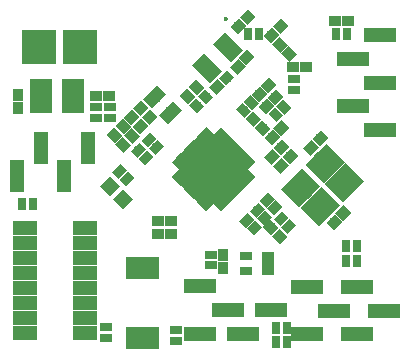
<source format=gbr>
G04 #@! TF.GenerationSoftware,KiCad,Pcbnew,(5.0.0)*
G04 #@! TF.CreationDate,2018-09-19T20:05:00-03:00*
G04 #@! TF.ProjectId,Generic_Bluetooth_Board,47656E657269635F426C7565746F6F74,rev?*
G04 #@! TF.SameCoordinates,Original*
G04 #@! TF.FileFunction,Soldermask,Top*
G04 #@! TF.FilePolarity,Negative*
%FSLAX46Y46*%
G04 Gerber Fmt 4.6, Leading zero omitted, Abs format (unit mm)*
G04 Created by KiCad (PCBNEW (5.0.0)) date 09/19/18 20:05:00*
%MOMM*%
%LPD*%
G01*
G04 APERTURE LIST*
%ADD10R,2.000000X1.160000*%
%ADD11C,0.360000*%
%ADD12C,0.900000*%
%ADD13C,0.100000*%
%ADD14R,1.000000X0.900000*%
%ADD15R,0.900000X1.000000*%
%ADD16C,0.800000*%
%ADD17R,1.000000X0.800000*%
%ADD18R,0.800000X1.000000*%
%ADD19R,2.900000X2.900000*%
%ADD20C,2.125000*%
%ADD21C,0.650000*%
%ADD22R,1.960000X1.050000*%
%ADD23C,1.400000*%
%ADD24C,2.200000*%
%ADD25R,2.750000X1.250000*%
%ADD26R,0.850000X1.850000*%
%ADD27R,1.250000X2.750000*%
%ADD28C,1.100000*%
%ADD29C,1.200000*%
%ADD30R,1.050000X0.800000*%
G04 APERTURE END LIST*
D10*
G04 #@! TO.C,SW1*
X134518400Y-110769400D03*
X139598400Y-101879400D03*
X134518400Y-109499400D03*
X139598400Y-103149400D03*
X134518400Y-108229400D03*
X139598400Y-104419400D03*
X134518400Y-106959400D03*
X139598400Y-105689400D03*
X134518400Y-105689400D03*
X139598400Y-106959400D03*
X134518400Y-104419400D03*
X139598400Y-108229400D03*
X134518400Y-103149400D03*
X139598400Y-109499400D03*
X134518400Y-101879400D03*
X139598400Y-110769400D03*
G04 #@! TD*
D11*
G04 #@! TO.C,AE1*
X151511000Y-84201000D03*
G04 #@! TD*
D12*
G04 #@! TO.C,C1*
X142828991Y-93273591D03*
D13*
G36*
X143500742Y-93308946D02*
X142864346Y-93945342D01*
X142157240Y-93238236D01*
X142793636Y-92601840D01*
X143500742Y-93308946D01*
X143500742Y-93308946D01*
G37*
D12*
X143606809Y-94051409D03*
D13*
G36*
X144278560Y-94086764D02*
X143642164Y-94723160D01*
X142935058Y-94016054D01*
X143571454Y-93379658D01*
X144278560Y-94086764D01*
X144278560Y-94086764D01*
G37*
G04 #@! TD*
D12*
G04 #@! TO.C,C2*
X142844809Y-94813409D03*
D13*
G36*
X143516560Y-94848764D02*
X142880164Y-95485160D01*
X142173058Y-94778054D01*
X142809454Y-94141658D01*
X143516560Y-94848764D01*
X143516560Y-94848764D01*
G37*
D12*
X142066991Y-94035591D03*
D13*
G36*
X142738742Y-94070946D02*
X142102346Y-94707342D01*
X141395240Y-94000236D01*
X142031636Y-93363840D01*
X142738742Y-94070946D01*
X142738742Y-94070946D01*
G37*
G04 #@! TD*
D12*
G04 #@! TO.C,C3*
X143540191Y-92489309D03*
D13*
G36*
X143575546Y-91817558D02*
X144211942Y-92453954D01*
X143504836Y-93161060D01*
X142868440Y-92524664D01*
X143575546Y-91817558D01*
X143575546Y-91817558D01*
G37*
D12*
X144318009Y-91711491D03*
D13*
G36*
X144353364Y-91039740D02*
X144989760Y-91676136D01*
X144282654Y-92383242D01*
X143646258Y-91746846D01*
X144353364Y-91039740D01*
X144353364Y-91039740D01*
G37*
G04 #@! TD*
D12*
G04 #@! TO.C,C4*
X145080009Y-92473491D03*
D13*
G36*
X145115364Y-91801740D02*
X145751760Y-92438136D01*
X145044654Y-93145242D01*
X144408258Y-92508846D01*
X145115364Y-91801740D01*
X145115364Y-91801740D01*
G37*
D12*
X144302191Y-93251309D03*
D13*
G36*
X144337546Y-92579558D02*
X144973942Y-93215954D01*
X144266836Y-93923060D01*
X143630440Y-93286664D01*
X144337546Y-92579558D01*
X144337546Y-92579558D01*
G37*
G04 #@! TD*
D12*
G04 #@! TO.C,C5*
X151582409Y-89146091D03*
D13*
G36*
X151547054Y-89817842D02*
X150910658Y-89181446D01*
X151617764Y-88474340D01*
X152254160Y-89110736D01*
X151547054Y-89817842D01*
X151547054Y-89817842D01*
G37*
D12*
X150804591Y-89923909D03*
D13*
G36*
X150769236Y-90595660D02*
X150132840Y-89959264D01*
X150839946Y-89252158D01*
X151476342Y-89888554D01*
X150769236Y-90595660D01*
X150769236Y-90595660D01*
G37*
G04 #@! TD*
D12*
G04 #@! TO.C,C6*
X153296909Y-87431591D03*
D13*
G36*
X153332264Y-86759840D02*
X153968660Y-87396236D01*
X153261554Y-88103342D01*
X152625158Y-87466946D01*
X153332264Y-86759840D01*
X153332264Y-86759840D01*
G37*
D12*
X152519091Y-88209409D03*
D13*
G36*
X152554446Y-87537658D02*
X153190842Y-88174054D01*
X152483736Y-88881160D01*
X151847340Y-88244764D01*
X152554446Y-87537658D01*
X152554446Y-87537658D01*
G37*
G04 #@! TD*
D12*
G04 #@! TO.C,C7*
X149804409Y-90749409D03*
D13*
G36*
X150476160Y-90784764D02*
X149839764Y-91421160D01*
X149132658Y-90714054D01*
X149769054Y-90077658D01*
X150476160Y-90784764D01*
X150476160Y-90784764D01*
G37*
D12*
X149026591Y-89971591D03*
D13*
G36*
X149698342Y-90006946D02*
X149061946Y-90643342D01*
X148354840Y-89936236D01*
X148991236Y-89299840D01*
X149698342Y-90006946D01*
X149698342Y-90006946D01*
G37*
G04 #@! TD*
D12*
G04 #@! TO.C,C8*
X149042409Y-91511409D03*
D13*
G36*
X149714160Y-91546764D02*
X149077764Y-92183160D01*
X148370658Y-91476054D01*
X149007054Y-90839658D01*
X149714160Y-91546764D01*
X149714160Y-91546764D01*
G37*
D12*
X148264591Y-90733591D03*
D13*
G36*
X148936342Y-90768946D02*
X148299946Y-91405342D01*
X147592840Y-90698236D01*
X148229236Y-90061840D01*
X148936342Y-90768946D01*
X148936342Y-90768946D01*
G37*
G04 #@! TD*
D12*
G04 #@! TO.C,C9*
X154360591Y-90558909D03*
D13*
G36*
X154395946Y-89887158D02*
X155032342Y-90523554D01*
X154325236Y-91230660D01*
X153688840Y-90594264D01*
X154395946Y-89887158D01*
X154395946Y-89887158D01*
G37*
D12*
X155138409Y-89781091D03*
D13*
G36*
X155173764Y-89109340D02*
X155810160Y-89745736D01*
X155103054Y-90452842D01*
X154466658Y-89816446D01*
X155173764Y-89109340D01*
X155173764Y-89109340D01*
G37*
G04 #@! TD*
D12*
G04 #@! TO.C,C10*
X154932091Y-91574909D03*
D13*
G36*
X154967446Y-90903158D02*
X155603842Y-91539554D01*
X154896736Y-92246660D01*
X154260340Y-91610264D01*
X154967446Y-90903158D01*
X154967446Y-90903158D01*
G37*
D12*
X155709909Y-90797091D03*
D13*
G36*
X155745264Y-90125340D02*
X156381660Y-90761736D01*
X155674554Y-91468842D01*
X155038158Y-90832446D01*
X155745264Y-90125340D01*
X155745264Y-90125340D01*
G37*
G04 #@! TD*
D12*
G04 #@! TO.C,C11*
X154630409Y-93416409D03*
D13*
G36*
X153958658Y-93381054D02*
X154595054Y-92744658D01*
X155302160Y-93451764D01*
X154665764Y-94088160D01*
X153958658Y-93381054D01*
X153958658Y-93381054D01*
G37*
D12*
X153852591Y-92638591D03*
D13*
G36*
X153180840Y-92603236D02*
X153817236Y-91966840D01*
X154524342Y-92673946D01*
X153887946Y-93310342D01*
X153180840Y-92603236D01*
X153180840Y-92603236D01*
G37*
G04 #@! TD*
D12*
G04 #@! TO.C,C12*
X156075091Y-86352091D03*
D13*
G36*
X155403340Y-86316736D02*
X156039736Y-85680340D01*
X156746842Y-86387446D01*
X156110446Y-87023842D01*
X155403340Y-86316736D01*
X155403340Y-86316736D01*
G37*
D12*
X156852909Y-87129909D03*
D13*
G36*
X156181158Y-87094554D02*
X156817554Y-86458158D01*
X157524660Y-87165264D01*
X156888264Y-87801660D01*
X156181158Y-87094554D01*
X156181158Y-87094554D01*
G37*
G04 #@! TD*
D14*
G04 #@! TO.C,C13*
X158347500Y-88265000D03*
X157247500Y-88265000D03*
G04 #@! TD*
D12*
G04 #@! TO.C,C14*
X156154409Y-84764591D03*
D13*
G36*
X156119054Y-85436342D02*
X155482658Y-84799946D01*
X156189764Y-84092840D01*
X156826160Y-84729236D01*
X156119054Y-85436342D01*
X156119054Y-85436342D01*
G37*
D12*
X155376591Y-85542409D03*
D13*
G36*
X155341236Y-86214160D02*
X154704840Y-85577764D01*
X155411946Y-84870658D01*
X156048342Y-85507054D01*
X155341236Y-86214160D01*
X155341236Y-86214160D01*
G37*
G04 #@! TD*
D12*
G04 #@! TO.C,C15*
X153360409Y-84002591D03*
D13*
G36*
X153325054Y-84674342D02*
X152688658Y-84037946D01*
X153395764Y-83330840D01*
X154032160Y-83967236D01*
X153325054Y-84674342D01*
X153325054Y-84674342D01*
G37*
D12*
X152582591Y-84780409D03*
D13*
G36*
X152547236Y-85452160D02*
X151910840Y-84815764D01*
X152617946Y-84108658D01*
X153254342Y-84745054D01*
X152547236Y-85452160D01*
X152547236Y-85452160D01*
G37*
G04 #@! TD*
D12*
G04 #@! TO.C,C16*
X156217909Y-95051591D03*
D13*
G36*
X156182554Y-95723342D02*
X155546158Y-95086946D01*
X156253264Y-94379840D01*
X156889660Y-95016236D01*
X156182554Y-95723342D01*
X156182554Y-95723342D01*
G37*
D12*
X155440091Y-95829409D03*
D13*
G36*
X155404736Y-96501160D02*
X154768340Y-95864764D01*
X155475446Y-95157658D01*
X156111842Y-95794054D01*
X155404736Y-96501160D01*
X155404736Y-96501160D01*
G37*
G04 #@! TD*
D12*
G04 #@! TO.C,C17*
X156202091Y-96591409D03*
D13*
G36*
X156166736Y-97263160D02*
X155530340Y-96626764D01*
X156237446Y-95919658D01*
X156873842Y-96556054D01*
X156166736Y-97263160D01*
X156166736Y-97263160D01*
G37*
D12*
X156979909Y-95813591D03*
D13*
G36*
X156944554Y-96485342D02*
X156308158Y-95848946D01*
X157015264Y-95141840D01*
X157651660Y-95778236D01*
X156944554Y-96485342D01*
X156944554Y-96485342D01*
G37*
G04 #@! TD*
D14*
G04 #@! TO.C,C18*
X145779400Y-102412800D03*
X146879400Y-102412800D03*
G04 #@! TD*
G04 #@! TO.C,C19*
X146879400Y-101320600D03*
X145779400Y-101320600D03*
G04 #@! TD*
D12*
G04 #@! TO.C,C20*
X155440091Y-94178409D03*
D13*
G36*
X155404736Y-94850160D02*
X154768340Y-94213764D01*
X155475446Y-93506658D01*
X156111842Y-94143054D01*
X155404736Y-94850160D01*
X155404736Y-94850160D01*
G37*
D12*
X156217909Y-93400591D03*
D13*
G36*
X156182554Y-94072342D02*
X155546158Y-93435946D01*
X156253264Y-92728840D01*
X156889660Y-93365236D01*
X156182554Y-94072342D01*
X156182554Y-94072342D01*
G37*
G04 #@! TD*
D12*
G04 #@! TO.C,C21*
X160697891Y-101379309D03*
D13*
G36*
X160662536Y-102051060D02*
X160026140Y-101414664D01*
X160733246Y-100707558D01*
X161369642Y-101343954D01*
X160662536Y-102051060D01*
X160662536Y-102051060D01*
G37*
D12*
X161475709Y-100601491D03*
D13*
G36*
X161440354Y-101273242D02*
X160803958Y-100636846D01*
X161511064Y-99929740D01*
X162147460Y-100566136D01*
X161440354Y-101273242D01*
X161440354Y-101273242D01*
G37*
G04 #@! TD*
D12*
G04 #@! TO.C,C22*
X158742091Y-95067409D03*
D13*
G36*
X158706736Y-95739160D02*
X158070340Y-95102764D01*
X158777446Y-94395658D01*
X159413842Y-95032054D01*
X158706736Y-95739160D01*
X158706736Y-95739160D01*
G37*
D12*
X159519909Y-94289591D03*
D13*
G36*
X159484554Y-94961342D02*
X158848158Y-94324946D01*
X159555264Y-93617840D01*
X160191660Y-94254236D01*
X159484554Y-94961342D01*
X159484554Y-94961342D01*
G37*
G04 #@! TD*
D15*
G04 #@! TO.C,C23*
X151257000Y-105248800D03*
X151257000Y-104148800D03*
G04 #@! TD*
G04 #@! TO.C,C24*
X133921500Y-91672500D03*
X133921500Y-90572500D03*
G04 #@! TD*
D14*
G04 #@! TO.C,C25*
X141647000Y-90678000D03*
X140547000Y-90678000D03*
G04 #@! TD*
D12*
G04 #@! TO.C,C26*
X155313091Y-101820691D03*
D13*
G36*
X154641340Y-101785336D02*
X155277736Y-101148940D01*
X155984842Y-101856046D01*
X155348446Y-102492442D01*
X154641340Y-101785336D01*
X154641340Y-101785336D01*
G37*
D12*
X156090909Y-102598509D03*
D13*
G36*
X155419158Y-102563154D02*
X156055554Y-101926758D01*
X156762660Y-102633864D01*
X156126264Y-103270260D01*
X155419158Y-102563154D01*
X155419158Y-102563154D01*
G37*
G04 #@! TD*
D16*
G04 #@! TO.C,L2*
X153670698Y-91248802D03*
D13*
G36*
X153741409Y-91885198D02*
X153034302Y-91178091D01*
X153599987Y-90612406D01*
X154307094Y-91319513D01*
X153741409Y-91885198D01*
X153741409Y-91885198D01*
G37*
D16*
X153034302Y-91885198D03*
D13*
G36*
X153105013Y-92521594D02*
X152397906Y-91814487D01*
X152963591Y-91248802D01*
X153670698Y-91955909D01*
X153105013Y-92521594D01*
X153105013Y-92521594D01*
G37*
G04 #@! TD*
D17*
G04 #@! TO.C,L3*
X157289500Y-90175500D03*
X157289500Y-89275500D03*
G04 #@! TD*
D18*
G04 #@! TO.C,L4*
X153410500Y-85471000D03*
X154310500Y-85471000D03*
G04 #@! TD*
D16*
G04 #@! TO.C,L5*
X155764802Y-92266198D03*
D13*
G36*
X155835513Y-92902594D02*
X155128406Y-92195487D01*
X155694091Y-91629802D01*
X156401198Y-92336909D01*
X155835513Y-92902594D01*
X155835513Y-92902594D01*
G37*
D16*
X156401198Y-91629802D03*
D13*
G36*
X156471909Y-92266198D02*
X155764802Y-91559091D01*
X156330487Y-90993406D01*
X157037594Y-91700513D01*
X156471909Y-92266198D01*
X156471909Y-92266198D01*
G37*
G04 #@! TD*
D19*
G04 #@! TO.C,L6*
X135664000Y-86550500D03*
X139164000Y-86550500D03*
G04 #@! TD*
D18*
G04 #@! TO.C,R1*
X134271600Y-99847400D03*
X135171600Y-99847400D03*
G04 #@! TD*
D16*
G04 #@! TO.C,R2*
X144106202Y-95287402D03*
D13*
G36*
X143469806Y-95358113D02*
X144176913Y-94651006D01*
X144742598Y-95216691D01*
X144035491Y-95923798D01*
X143469806Y-95358113D01*
X143469806Y-95358113D01*
G37*
D16*
X144742598Y-95923798D03*
D13*
G36*
X144106202Y-95994509D02*
X144813309Y-95287402D01*
X145378994Y-95853087D01*
X144671887Y-96560194D01*
X144106202Y-95994509D01*
X144106202Y-95994509D01*
G37*
G04 #@! TD*
D16*
G04 #@! TO.C,R3*
X145631598Y-95034798D03*
D13*
G36*
X144995202Y-95105509D02*
X145702309Y-94398402D01*
X146267994Y-94964087D01*
X145560887Y-95671194D01*
X144995202Y-95105509D01*
X144995202Y-95105509D01*
G37*
D16*
X144995202Y-94398402D03*
D13*
G36*
X144358806Y-94469113D02*
X145065913Y-93762006D01*
X145631598Y-94327691D01*
X144924491Y-95034798D01*
X144358806Y-94469113D01*
X144358806Y-94469113D01*
G37*
G04 #@! TD*
D16*
G04 #@! TO.C,R4*
X142531402Y-97065402D03*
D13*
G36*
X143167798Y-96994691D02*
X142460691Y-97701798D01*
X141895006Y-97136113D01*
X142602113Y-96429006D01*
X143167798Y-96994691D01*
X143167798Y-96994691D01*
G37*
D16*
X143167798Y-97701798D03*
D13*
G36*
X143804194Y-97631087D02*
X143097087Y-98338194D01*
X142531402Y-97772509D01*
X143238509Y-97065402D01*
X143804194Y-97631087D01*
X143804194Y-97631087D01*
G37*
G04 #@! TD*
D18*
G04 #@! TO.C,R5*
X156710800Y-110337600D03*
X155810800Y-110337600D03*
G04 #@! TD*
G04 #@! TO.C,R6*
X155810800Y-111556800D03*
X156710800Y-111556800D03*
G04 #@! TD*
D16*
G04 #@! TO.C,R7*
X155028202Y-99503802D03*
D13*
G36*
X155664598Y-99433091D02*
X154957491Y-100140198D01*
X154391806Y-99574513D01*
X155098913Y-98867406D01*
X155664598Y-99433091D01*
X155664598Y-99433091D01*
G37*
D16*
X155664598Y-100140198D03*
D13*
G36*
X156300994Y-100069487D02*
X155593887Y-100776594D01*
X155028202Y-100210909D01*
X155735309Y-99503802D01*
X156300994Y-100069487D01*
X156300994Y-100069487D01*
G37*
G04 #@! TD*
D16*
G04 #@! TO.C,R8*
X154800998Y-101003798D03*
D13*
G36*
X155437394Y-100933087D02*
X154730287Y-101640194D01*
X154164602Y-101074509D01*
X154871709Y-100367402D01*
X155437394Y-100933087D01*
X155437394Y-100933087D01*
G37*
D16*
X154164602Y-100367402D03*
D13*
G36*
X154800998Y-100296691D02*
X154093891Y-101003798D01*
X153528206Y-100438113D01*
X154235313Y-99731006D01*
X154800998Y-100296691D01*
X154800998Y-100296691D01*
G37*
G04 #@! TD*
D16*
G04 #@! TO.C,R9*
X153301002Y-101231002D03*
D13*
G36*
X152664606Y-101301713D02*
X153371713Y-100594606D01*
X153937398Y-101160291D01*
X153230291Y-101867398D01*
X152664606Y-101301713D01*
X152664606Y-101301713D01*
G37*
D16*
X153937398Y-101867398D03*
D13*
G36*
X153301002Y-101938109D02*
X154008109Y-101231002D01*
X154573794Y-101796687D01*
X153866687Y-102503794D01*
X153301002Y-101938109D01*
X153301002Y-101938109D01*
G37*
G04 #@! TD*
D17*
G04 #@! TO.C,R10*
X150241000Y-105021800D03*
X150241000Y-104121800D03*
G04 #@! TD*
D16*
G04 #@! TO.C,R11*
X156832998Y-101714998D03*
D13*
G36*
X156196602Y-101785709D02*
X156903709Y-101078602D01*
X157469394Y-101644287D01*
X156762287Y-102351394D01*
X156196602Y-101785709D01*
X156196602Y-101785709D01*
G37*
D16*
X156196602Y-101078602D03*
D13*
G36*
X155560206Y-101149313D02*
X156267313Y-100442206D01*
X156832998Y-101007891D01*
X156125891Y-101714998D01*
X155560206Y-101149313D01*
X155560206Y-101149313D01*
G37*
G04 #@! TD*
D17*
G04 #@! TO.C,R12*
X140525500Y-91625000D03*
X140525500Y-92525000D03*
G04 #@! TD*
G04 #@! TO.C,R13*
X141732000Y-92525000D03*
X141732000Y-91625000D03*
G04 #@! TD*
D20*
G04 #@! TO.C,U1*
X149275241Y-96901000D03*
D13*
G36*
X149275241Y-98403602D02*
X147772639Y-96901000D01*
X149275241Y-95398398D01*
X150777843Y-96901000D01*
X149275241Y-98403602D01*
X149275241Y-98403602D01*
G37*
D20*
X150495000Y-98120759D03*
D13*
G36*
X150495000Y-99623361D02*
X148992398Y-98120759D01*
X150495000Y-96618157D01*
X151997602Y-98120759D01*
X150495000Y-99623361D01*
X150495000Y-99623361D01*
G37*
D20*
X150495000Y-95681241D03*
D13*
G36*
X150495000Y-97183843D02*
X148992398Y-95681241D01*
X150495000Y-94178639D01*
X151997602Y-95681241D01*
X150495000Y-97183843D01*
X150495000Y-97183843D01*
G37*
D20*
X151714759Y-96901000D03*
D13*
G36*
X151714759Y-98403602D02*
X150212157Y-96901000D01*
X151714759Y-95398398D01*
X153217361Y-96901000D01*
X151714759Y-98403602D01*
X151714759Y-98403602D01*
G37*
D21*
X147560507Y-96441381D03*
D13*
G36*
X148179225Y-96600480D02*
X147719606Y-97060099D01*
X146941789Y-96282282D01*
X147401408Y-95822663D01*
X148179225Y-96600480D01*
X148179225Y-96600480D01*
G37*
D21*
X147914060Y-96087827D03*
D13*
G36*
X148532778Y-96246926D02*
X148073159Y-96706545D01*
X147295342Y-95928728D01*
X147754961Y-95469109D01*
X148532778Y-96246926D01*
X148532778Y-96246926D01*
G37*
D21*
X148267614Y-95734274D03*
D13*
G36*
X148886332Y-95893373D02*
X148426713Y-96352992D01*
X147648896Y-95575175D01*
X148108515Y-95115556D01*
X148886332Y-95893373D01*
X148886332Y-95893373D01*
G37*
D21*
X148621167Y-95380720D03*
D13*
G36*
X149239885Y-95539819D02*
X148780266Y-95999438D01*
X148002449Y-95221621D01*
X148462068Y-94762002D01*
X149239885Y-95539819D01*
X149239885Y-95539819D01*
G37*
D21*
X148974720Y-95027167D03*
D13*
G36*
X149593438Y-95186266D02*
X149133819Y-95645885D01*
X148356002Y-94868068D01*
X148815621Y-94408449D01*
X149593438Y-95186266D01*
X149593438Y-95186266D01*
G37*
D21*
X149328274Y-94673614D03*
D13*
G36*
X149946992Y-94832713D02*
X149487373Y-95292332D01*
X148709556Y-94514515D01*
X149169175Y-94054896D01*
X149946992Y-94832713D01*
X149946992Y-94832713D01*
G37*
D21*
X149681827Y-94320060D03*
D13*
G36*
X150300545Y-94479159D02*
X149840926Y-94938778D01*
X149063109Y-94160961D01*
X149522728Y-93701342D01*
X150300545Y-94479159D01*
X150300545Y-94479159D01*
G37*
D21*
X150035381Y-93966507D03*
D13*
G36*
X150654099Y-94125606D02*
X150194480Y-94585225D01*
X149416663Y-93807408D01*
X149876282Y-93347789D01*
X150654099Y-94125606D01*
X150654099Y-94125606D01*
G37*
D21*
X150954619Y-93966507D03*
D13*
G36*
X150795520Y-94585225D02*
X150335901Y-94125606D01*
X151113718Y-93347789D01*
X151573337Y-93807408D01*
X150795520Y-94585225D01*
X150795520Y-94585225D01*
G37*
D21*
X151308173Y-94320060D03*
D13*
G36*
X151149074Y-94938778D02*
X150689455Y-94479159D01*
X151467272Y-93701342D01*
X151926891Y-94160961D01*
X151149074Y-94938778D01*
X151149074Y-94938778D01*
G37*
D21*
X151661726Y-94673614D03*
D13*
G36*
X151502627Y-95292332D02*
X151043008Y-94832713D01*
X151820825Y-94054896D01*
X152280444Y-94514515D01*
X151502627Y-95292332D01*
X151502627Y-95292332D01*
G37*
D21*
X152015280Y-95027167D03*
D13*
G36*
X151856181Y-95645885D02*
X151396562Y-95186266D01*
X152174379Y-94408449D01*
X152633998Y-94868068D01*
X151856181Y-95645885D01*
X151856181Y-95645885D01*
G37*
D21*
X152368833Y-95380720D03*
D13*
G36*
X152209734Y-95999438D02*
X151750115Y-95539819D01*
X152527932Y-94762002D01*
X152987551Y-95221621D01*
X152209734Y-95999438D01*
X152209734Y-95999438D01*
G37*
D21*
X152722386Y-95734274D03*
D13*
G36*
X152563287Y-96352992D02*
X152103668Y-95893373D01*
X152881485Y-95115556D01*
X153341104Y-95575175D01*
X152563287Y-96352992D01*
X152563287Y-96352992D01*
G37*
D21*
X153075940Y-96087827D03*
D13*
G36*
X152916841Y-96706545D02*
X152457222Y-96246926D01*
X153235039Y-95469109D01*
X153694658Y-95928728D01*
X152916841Y-96706545D01*
X152916841Y-96706545D01*
G37*
D21*
X153429493Y-96441381D03*
D13*
G36*
X153270394Y-97060099D02*
X152810775Y-96600480D01*
X153588592Y-95822663D01*
X154048211Y-96282282D01*
X153270394Y-97060099D01*
X153270394Y-97060099D01*
G37*
D21*
X153429493Y-97360619D03*
D13*
G36*
X154048211Y-97519718D02*
X153588592Y-97979337D01*
X152810775Y-97201520D01*
X153270394Y-96741901D01*
X154048211Y-97519718D01*
X154048211Y-97519718D01*
G37*
D21*
X153075940Y-97714173D03*
D13*
G36*
X153694658Y-97873272D02*
X153235039Y-98332891D01*
X152457222Y-97555074D01*
X152916841Y-97095455D01*
X153694658Y-97873272D01*
X153694658Y-97873272D01*
G37*
D21*
X152722386Y-98067726D03*
D13*
G36*
X153341104Y-98226825D02*
X152881485Y-98686444D01*
X152103668Y-97908627D01*
X152563287Y-97449008D01*
X153341104Y-98226825D01*
X153341104Y-98226825D01*
G37*
D21*
X152368833Y-98421280D03*
D13*
G36*
X152987551Y-98580379D02*
X152527932Y-99039998D01*
X151750115Y-98262181D01*
X152209734Y-97802562D01*
X152987551Y-98580379D01*
X152987551Y-98580379D01*
G37*
D21*
X152015280Y-98774833D03*
D13*
G36*
X152633998Y-98933932D02*
X152174379Y-99393551D01*
X151396562Y-98615734D01*
X151856181Y-98156115D01*
X152633998Y-98933932D01*
X152633998Y-98933932D01*
G37*
D21*
X151661726Y-99128386D03*
D13*
G36*
X152280444Y-99287485D02*
X151820825Y-99747104D01*
X151043008Y-98969287D01*
X151502627Y-98509668D01*
X152280444Y-99287485D01*
X152280444Y-99287485D01*
G37*
D21*
X151308173Y-99481940D03*
D13*
G36*
X151926891Y-99641039D02*
X151467272Y-100100658D01*
X150689455Y-99322841D01*
X151149074Y-98863222D01*
X151926891Y-99641039D01*
X151926891Y-99641039D01*
G37*
D21*
X150954619Y-99835493D03*
D13*
G36*
X151573337Y-99994592D02*
X151113718Y-100454211D01*
X150335901Y-99676394D01*
X150795520Y-99216775D01*
X151573337Y-99994592D01*
X151573337Y-99994592D01*
G37*
D21*
X150035381Y-99835493D03*
D13*
G36*
X149876282Y-100454211D02*
X149416663Y-99994592D01*
X150194480Y-99216775D01*
X150654099Y-99676394D01*
X149876282Y-100454211D01*
X149876282Y-100454211D01*
G37*
D21*
X149681827Y-99481940D03*
D13*
G36*
X149522728Y-100100658D02*
X149063109Y-99641039D01*
X149840926Y-98863222D01*
X150300545Y-99322841D01*
X149522728Y-100100658D01*
X149522728Y-100100658D01*
G37*
D21*
X149328274Y-99128386D03*
D13*
G36*
X149169175Y-99747104D02*
X148709556Y-99287485D01*
X149487373Y-98509668D01*
X149946992Y-98969287D01*
X149169175Y-99747104D01*
X149169175Y-99747104D01*
G37*
D21*
X148974720Y-98774833D03*
D13*
G36*
X148815621Y-99393551D02*
X148356002Y-98933932D01*
X149133819Y-98156115D01*
X149593438Y-98615734D01*
X148815621Y-99393551D01*
X148815621Y-99393551D01*
G37*
D21*
X148621167Y-98421280D03*
D13*
G36*
X148462068Y-99039998D02*
X148002449Y-98580379D01*
X148780266Y-97802562D01*
X149239885Y-98262181D01*
X148462068Y-99039998D01*
X148462068Y-99039998D01*
G37*
D21*
X148267614Y-98067726D03*
D13*
G36*
X148108515Y-98686444D02*
X147648896Y-98226825D01*
X148426713Y-97449008D01*
X148886332Y-97908627D01*
X148108515Y-98686444D01*
X148108515Y-98686444D01*
G37*
D21*
X147914060Y-97714173D03*
D13*
G36*
X147754961Y-98332891D02*
X147295342Y-97873272D01*
X148073159Y-97095455D01*
X148532778Y-97555074D01*
X147754961Y-98332891D01*
X147754961Y-98332891D01*
G37*
D21*
X147560507Y-97360619D03*
D13*
G36*
X147401408Y-97979337D02*
X146941789Y-97519718D01*
X147719606Y-96741901D01*
X148179225Y-97201520D01*
X147401408Y-97979337D01*
X147401408Y-97979337D01*
G37*
G04 #@! TD*
D22*
G04 #@! TO.C,U3*
X138590000Y-90680500D03*
X138590000Y-89730500D03*
X138590000Y-91630500D03*
X135890000Y-91630500D03*
X135890000Y-90680500D03*
X135890000Y-89730500D03*
G04 #@! TD*
D23*
G04 #@! TO.C,Y1*
X151696383Y-86555617D03*
D13*
G36*
X151413540Y-85282825D02*
X152969175Y-86838460D01*
X151979226Y-87828409D01*
X150423591Y-86272774D01*
X151413540Y-85282825D01*
X151413540Y-85282825D01*
G37*
D23*
X149928617Y-88323383D03*
D13*
G36*
X149645774Y-87050591D02*
X151201409Y-88606226D01*
X150211460Y-89596175D01*
X148655825Y-88040540D01*
X149645774Y-87050591D01*
X149645774Y-87050591D01*
G37*
G04 #@! TD*
D24*
G04 #@! TO.C,Y2*
X161540978Y-98022368D03*
D13*
G36*
X161647044Y-96360667D02*
X163202679Y-97916302D01*
X161434912Y-99684069D01*
X159879277Y-98128434D01*
X161647044Y-96360667D01*
X161647044Y-96360667D01*
G37*
D24*
X159490368Y-100072978D03*
D13*
G36*
X159596434Y-98411277D02*
X161152069Y-99966912D01*
X159384302Y-101734679D01*
X157828667Y-100179044D01*
X159596434Y-98411277D01*
X159596434Y-98411277D01*
G37*
D24*
X157864022Y-98446632D03*
D13*
G36*
X157970088Y-96784931D02*
X159525723Y-98340566D01*
X157757956Y-100108333D01*
X156202321Y-98552698D01*
X157970088Y-96784931D01*
X157970088Y-96784931D01*
G37*
D24*
X159914632Y-96396022D03*
D13*
G36*
X160020698Y-94734321D02*
X161576333Y-96289956D01*
X159808566Y-98057723D01*
X158252931Y-96502088D01*
X160020698Y-94734321D01*
X160020698Y-94734321D01*
G37*
G04 #@! TD*
D18*
G04 #@! TO.C,R14*
X161703600Y-104648000D03*
X162603600Y-104648000D03*
G04 #@! TD*
G04 #@! TO.C,R15*
X161703600Y-103428800D03*
X162603600Y-103428800D03*
G04 #@! TD*
D25*
G04 #@! TO.C,J1*
X155327600Y-108855000D03*
X152977600Y-110855000D03*
G04 #@! TD*
G04 #@! TO.C,J2*
X164598600Y-93560400D03*
X164598600Y-89560400D03*
X164598600Y-85560400D03*
X162248600Y-91560400D03*
X162248600Y-87560400D03*
G04 #@! TD*
D14*
G04 #@! TO.C,C27*
X161840000Y-84328000D03*
X160740000Y-84328000D03*
G04 #@! TD*
D18*
G04 #@! TO.C,R16*
X161740000Y-85471000D03*
X160840000Y-85471000D03*
G04 #@! TD*
D17*
G04 #@! TO.C,R17*
X147345400Y-110548000D03*
X147345400Y-111448000D03*
G04 #@! TD*
D26*
G04 #@! TO.C,U4*
X143474800Y-105250400D03*
X144124800Y-105250400D03*
X144774800Y-105250400D03*
X145424800Y-105250400D03*
X145424800Y-111150400D03*
X144774800Y-111150400D03*
X144124800Y-111150400D03*
X143474800Y-111150400D03*
G04 #@! TD*
D17*
G04 #@! TO.C,R18*
X141351000Y-111150400D03*
X141351000Y-110250400D03*
G04 #@! TD*
D27*
G04 #@! TO.C,J4*
X139855200Y-95141800D03*
X135855200Y-95141800D03*
X137855200Y-97491800D03*
X133855200Y-97491800D03*
G04 #@! TD*
D25*
G04 #@! TO.C,J6*
X151695400Y-108813600D03*
X149345400Y-110813600D03*
X149345400Y-106813600D03*
G04 #@! TD*
G04 #@! TO.C,J3*
X160712400Y-108864400D03*
X158362400Y-110864400D03*
X158362400Y-106864400D03*
G04 #@! TD*
G04 #@! TO.C,J5*
X162604200Y-106864400D03*
X162604200Y-110864400D03*
X164954200Y-108864400D03*
G04 #@! TD*
D28*
G04 #@! TO.C,L1*
X145505249Y-90742849D03*
D13*
G36*
X146495198Y-90530717D02*
X145293117Y-91732798D01*
X144515300Y-90954981D01*
X145717381Y-89752900D01*
X146495198Y-90530717D01*
X146495198Y-90530717D01*
G37*
D28*
X146848751Y-92086351D03*
D13*
G36*
X147838700Y-91874219D02*
X146636619Y-93076300D01*
X145858802Y-92298483D01*
X147060883Y-91096402D01*
X147838700Y-91874219D01*
X147838700Y-91874219D01*
G37*
G04 #@! TD*
D29*
G04 #@! TO.C,D1*
X142843785Y-99409785D03*
D13*
G36*
X141995257Y-99409785D02*
X142843785Y-98561257D01*
X143692313Y-99409785D01*
X142843785Y-100258313D01*
X141995257Y-99409785D01*
X141995257Y-99409785D01*
G37*
D29*
X141712415Y-98278415D03*
D13*
G36*
X140863887Y-98278415D02*
X141712415Y-97429887D01*
X142560943Y-98278415D01*
X141712415Y-99126943D01*
X140863887Y-98278415D01*
X140863887Y-98278415D01*
G37*
G04 #@! TD*
D30*
G04 #@! TO.C,U2*
X153228000Y-105552000D03*
X153228000Y-104252000D03*
X155128000Y-104902000D03*
X155128000Y-104252000D03*
X155128000Y-105552000D03*
G04 #@! TD*
M02*

</source>
